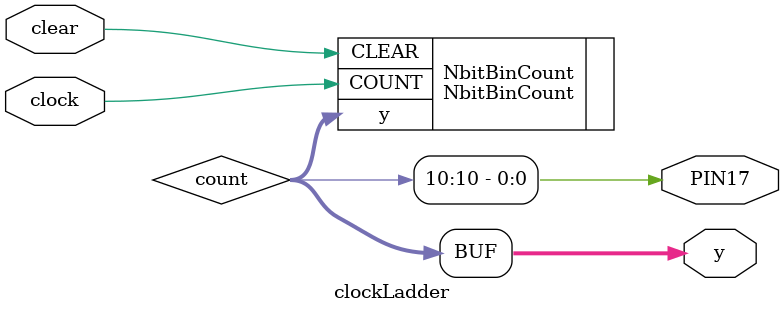
<source format=sv>
module clockLadder
(
	input clock, clear,
	output [32:0] y,
	output PIN17
);

	logic [32:0] count;

NbitBinCount#(32) NbitBinCount
(
	.COUNT(clock) ,	// input  COUNT_sig
	.CLEAR(clear) ,	// input  CLEAR_sig
	.y(count) 				// output [N-1:0] y_sig
);

assign y = count;
assign PIN17 = count[10];

endmodule 
</source>
